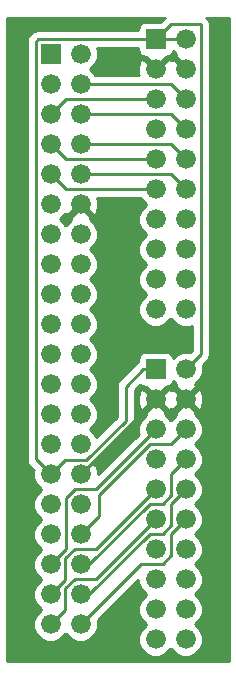
<source format=gbl>
G04 #@! TF.FileFunction,Copper,L2,Bot,Signal*
%FSLAX46Y46*%
G04 Gerber Fmt 4.6, Leading zero omitted, Abs format (unit mm)*
G04 Created by KiCad (PCBNEW (2014-11-30 BZR 5308)-product) date Do 11 Dez 2014 23:36:51 CET*
%MOMM*%
G01*
G04 APERTURE LIST*
%ADD10C,0.100000*%
%ADD11C,1.676400*%
%ADD12R,1.676400X1.676400*%
%ADD13C,0.254000*%
G04 APERTURE END LIST*
D10*
D11*
X107950000Y-128270000D03*
X110490000Y-128270000D03*
X110490000Y-125730000D03*
X107950000Y-125730000D03*
X107950000Y-123190000D03*
X110490000Y-123190000D03*
X110490000Y-120650000D03*
X107950000Y-120650000D03*
X107950000Y-118110000D03*
X110490000Y-118110000D03*
X110490000Y-115570000D03*
X107950000Y-115570000D03*
X107950000Y-113030000D03*
X110490000Y-113030000D03*
X110490000Y-110490000D03*
X107950000Y-110490000D03*
X107950000Y-107950000D03*
X110490000Y-107950000D03*
X110490000Y-105410000D03*
X107950000Y-105410000D03*
X107950000Y-102870000D03*
X110490000Y-102870000D03*
X110490000Y-100330000D03*
X107950000Y-100330000D03*
X107950000Y-97790000D03*
X110490000Y-97790000D03*
X110490000Y-95250000D03*
X107950000Y-95250000D03*
X107950000Y-92710000D03*
X110490000Y-92710000D03*
X110490000Y-90170000D03*
X107950000Y-90170000D03*
X107950000Y-87630000D03*
X110490000Y-87630000D03*
X110490000Y-85090000D03*
X107950000Y-85090000D03*
X107950000Y-82550000D03*
X110490000Y-82550000D03*
X110490000Y-80010000D03*
D12*
X107950000Y-80010000D03*
D11*
X116840000Y-101600000D03*
X119380000Y-101600000D03*
X119380000Y-99060000D03*
X116840000Y-99060000D03*
X116840000Y-96520000D03*
X119380000Y-96520000D03*
X119380000Y-93980000D03*
X116840000Y-93980000D03*
X116840000Y-91440000D03*
X119380000Y-91440000D03*
X119380000Y-88900000D03*
X116840000Y-88900000D03*
X116840000Y-86360000D03*
X119380000Y-86360000D03*
X119380000Y-83820000D03*
X116840000Y-83820000D03*
X116840000Y-81280000D03*
X119380000Y-81280000D03*
X119380000Y-78740000D03*
D12*
X116840000Y-78740000D03*
D11*
X116840000Y-129540000D03*
X119380000Y-129540000D03*
X119380000Y-127000000D03*
X116840000Y-127000000D03*
X116840000Y-124460000D03*
X119380000Y-124460000D03*
X119380000Y-121920000D03*
X116840000Y-121920000D03*
X116840000Y-119380000D03*
X119380000Y-119380000D03*
X119380000Y-116840000D03*
X116840000Y-116840000D03*
X116840000Y-114300000D03*
X119380000Y-114300000D03*
X119380000Y-111760000D03*
X116840000Y-111760000D03*
X116840000Y-109220000D03*
X119380000Y-109220000D03*
X119380000Y-106680000D03*
D12*
X116840000Y-106680000D03*
D13*
X110490000Y-115570000D02*
X116840000Y-109220000D01*
X110973619Y-114350799D02*
X114300000Y-111024418D01*
X109169201Y-114350799D02*
X110973619Y-114350799D01*
X107950000Y-115570000D02*
X109169201Y-114350799D01*
X115747800Y-106680000D02*
X116840000Y-106680000D01*
X114300000Y-108127800D02*
X115747800Y-106680000D01*
X114300000Y-111024418D02*
X114300000Y-108127800D01*
X107950000Y-115570000D02*
X106680000Y-114300000D01*
X115747800Y-78740000D02*
X116840000Y-78740000D01*
X106857798Y-78740000D02*
X115747800Y-78740000D01*
X106680000Y-78917798D02*
X106857798Y-78740000D01*
X106680000Y-114300000D02*
X106680000Y-78917798D01*
X116840000Y-78740000D02*
X118110000Y-77470000D01*
X118110000Y-77470000D02*
X120650000Y-77470000D01*
X120650000Y-105410000D02*
X119380000Y-106680000D01*
X120650000Y-77470000D02*
X120650000Y-105410000D01*
X116840000Y-78740000D02*
X119380000Y-78740000D01*
X109220000Y-91440000D02*
X116840000Y-91440000D01*
X107950000Y-90170000D02*
X109220000Y-91440000D01*
X118110000Y-90170000D02*
X119380000Y-91440000D01*
X110490000Y-90170000D02*
X118110000Y-90170000D01*
X118110000Y-87630000D02*
X119380000Y-88900000D01*
X110490000Y-87630000D02*
X118110000Y-87630000D01*
X109220000Y-88900000D02*
X116840000Y-88900000D01*
X107950000Y-87630000D02*
X109220000Y-88900000D01*
X118110000Y-85090000D02*
X119380000Y-86360000D01*
X110490000Y-85090000D02*
X118110000Y-85090000D01*
X118110000Y-82550000D02*
X119380000Y-83820000D01*
X110490000Y-82550000D02*
X118110000Y-82550000D01*
X109220000Y-83820000D02*
X116840000Y-83820000D01*
X107950000Y-85090000D02*
X109220000Y-83820000D01*
X116001801Y-120218199D02*
X116840000Y-119380000D01*
X111810799Y-124409201D02*
X116001801Y-120218199D01*
X109989233Y-124409201D02*
X111810799Y-124409201D01*
X109169201Y-125229233D02*
X109989233Y-124409201D01*
X109169201Y-127050799D02*
X109169201Y-125229233D01*
X107950000Y-128270000D02*
X109169201Y-127050799D01*
X118160799Y-120599201D02*
X118541801Y-120218199D01*
X115620799Y-123139201D02*
X117425217Y-123139201D01*
X118541801Y-120218199D02*
X119380000Y-119380000D01*
X118160799Y-122403619D02*
X118160799Y-120599201D01*
X117425217Y-123139201D02*
X118160799Y-122403619D01*
X110490000Y-128270000D02*
X115620799Y-123139201D01*
X118541801Y-117678199D02*
X119380000Y-116840000D01*
X118160799Y-118059201D02*
X118541801Y-117678199D01*
X118160799Y-119863619D02*
X118160799Y-118059201D01*
X117425217Y-120599201D02*
X118160799Y-119863619D01*
X111225582Y-125730000D02*
X116356381Y-120599201D01*
X116356381Y-120599201D02*
X117425217Y-120599201D01*
X110490000Y-125730000D02*
X111225582Y-125730000D01*
X116001801Y-117678199D02*
X116840000Y-116840000D01*
X111810799Y-121869201D02*
X116001801Y-117678199D01*
X109989233Y-121869201D02*
X111810799Y-121869201D01*
X109169201Y-122689233D02*
X109989233Y-121869201D01*
X109169201Y-124510799D02*
X109169201Y-122689233D01*
X107950000Y-125730000D02*
X109169201Y-124510799D01*
X118541801Y-115138199D02*
X119380000Y-114300000D01*
X118160799Y-115519201D02*
X118541801Y-115138199D01*
X118160799Y-117323619D02*
X118160799Y-115519201D01*
X117425217Y-118059201D02*
X118160799Y-117323619D01*
X116339233Y-118059201D02*
X117425217Y-118059201D01*
X111208434Y-123190000D02*
X116339233Y-118059201D01*
X110490000Y-123190000D02*
X111208434Y-123190000D01*
X118541801Y-112598199D02*
X119380000Y-111760000D01*
X118160799Y-112979201D02*
X118541801Y-112598199D01*
X116339233Y-112979201D02*
X118160799Y-112979201D01*
X112021224Y-117297210D02*
X116339233Y-112979201D01*
X112021224Y-119118776D02*
X112021224Y-117297210D01*
X110490000Y-120650000D02*
X112021224Y-119118776D01*
X107950000Y-123190000D02*
X109220000Y-121920000D01*
X116001801Y-112598199D02*
X116840000Y-111760000D01*
X111810799Y-116789201D02*
X116001801Y-112598199D01*
X110006381Y-116789201D02*
X111810799Y-116789201D01*
X109220000Y-117575582D02*
X110006381Y-116789201D01*
X109220000Y-121920000D02*
X109220000Y-117575582D01*
G36*
X110683747Y-115584142D02*
X110504142Y-115763747D01*
X110490000Y-115749605D01*
X110475857Y-115763747D01*
X110296252Y-115584142D01*
X110310395Y-115570000D01*
X110296252Y-115555857D01*
X110475857Y-115376252D01*
X110490000Y-115390395D01*
X110504142Y-115376252D01*
X110683747Y-115555857D01*
X110669605Y-115570000D01*
X110683747Y-115584142D01*
X110683747Y-115584142D01*
G37*
X110683747Y-115584142D02*
X110504142Y-115763747D01*
X110490000Y-115749605D01*
X110475857Y-115763747D01*
X110296252Y-115584142D01*
X110310395Y-115570000D01*
X110296252Y-115555857D01*
X110475857Y-115376252D01*
X110490000Y-115390395D01*
X110504142Y-115376252D01*
X110683747Y-115555857D01*
X110669605Y-115570000D01*
X110683747Y-115584142D01*
G36*
X119573747Y-81294142D02*
X119394142Y-81473747D01*
X119380000Y-81459605D01*
X119365857Y-81473747D01*
X119186252Y-81294142D01*
X119200395Y-81280000D01*
X118344587Y-80424192D01*
X118110000Y-80498134D01*
X117875413Y-80424192D01*
X117019605Y-81280000D01*
X117033747Y-81294142D01*
X116854142Y-81473747D01*
X116840000Y-81459605D01*
X116825857Y-81473747D01*
X116646252Y-81294142D01*
X116660395Y-81280000D01*
X115804587Y-80424192D01*
X115554510Y-80503017D01*
X115355023Y-81054097D01*
X115381611Y-81639569D01*
X115443093Y-81788000D01*
X111769153Y-81788000D01*
X111739647Y-81716589D01*
X111325591Y-81301810D01*
X111273608Y-81280224D01*
X111323411Y-81259647D01*
X111738190Y-80845591D01*
X111962944Y-80304323D01*
X111963455Y-79718248D01*
X111874103Y-79502000D01*
X115354360Y-79502000D01*
X115354360Y-79578200D01*
X115401337Y-79820323D01*
X115541127Y-80033127D01*
X115752160Y-80175577D01*
X115990855Y-80223445D01*
X115984192Y-80244587D01*
X116840000Y-81100395D01*
X117695808Y-80244587D01*
X117689165Y-80223512D01*
X117920323Y-80178663D01*
X118133127Y-80038873D01*
X118275577Y-79827840D01*
X118293771Y-79737114D01*
X118544409Y-79988190D01*
X118597995Y-80010441D01*
X118524192Y-80244587D01*
X119380000Y-81100395D01*
X119394142Y-81086252D01*
X119573747Y-81265857D01*
X119559605Y-81280000D01*
X119573747Y-81294142D01*
X119573747Y-81294142D01*
G37*
X119573747Y-81294142D02*
X119394142Y-81473747D01*
X119380000Y-81459605D01*
X119365857Y-81473747D01*
X119186252Y-81294142D01*
X119200395Y-81280000D01*
X118344587Y-80424192D01*
X118110000Y-80498134D01*
X117875413Y-80424192D01*
X117019605Y-81280000D01*
X117033747Y-81294142D01*
X116854142Y-81473747D01*
X116840000Y-81459605D01*
X116825857Y-81473747D01*
X116646252Y-81294142D01*
X116660395Y-81280000D01*
X115804587Y-80424192D01*
X115554510Y-80503017D01*
X115355023Y-81054097D01*
X115381611Y-81639569D01*
X115443093Y-81788000D01*
X111769153Y-81788000D01*
X111739647Y-81716589D01*
X111325591Y-81301810D01*
X111273608Y-81280224D01*
X111323411Y-81259647D01*
X111738190Y-80845591D01*
X111962944Y-80304323D01*
X111963455Y-79718248D01*
X111874103Y-79502000D01*
X115354360Y-79502000D01*
X115354360Y-79578200D01*
X115401337Y-79820323D01*
X115541127Y-80033127D01*
X115752160Y-80175577D01*
X115990855Y-80223445D01*
X115984192Y-80244587D01*
X116840000Y-81100395D01*
X117695808Y-80244587D01*
X117689165Y-80223512D01*
X117920323Y-80178663D01*
X118133127Y-80038873D01*
X118275577Y-79827840D01*
X118293771Y-79737114D01*
X118544409Y-79988190D01*
X118597995Y-80010441D01*
X118524192Y-80244587D01*
X119380000Y-81100395D01*
X119394142Y-81086252D01*
X119573747Y-81265857D01*
X119559605Y-81280000D01*
X119573747Y-81294142D01*
G36*
X119888000Y-105094369D02*
X119745682Y-105236686D01*
X119674323Y-105207056D01*
X119088248Y-105206545D01*
X118546589Y-105430353D01*
X118294613Y-105681888D01*
X118278663Y-105599677D01*
X118138873Y-105386873D01*
X117927840Y-105244423D01*
X117678200Y-105194360D01*
X116001800Y-105194360D01*
X115759677Y-105241337D01*
X115546873Y-105381127D01*
X115404423Y-105592160D01*
X115354360Y-105841800D01*
X115354360Y-106044047D01*
X115208984Y-106141185D01*
X113761185Y-107588985D01*
X113596004Y-107836195D01*
X113538000Y-108127800D01*
X113538000Y-110708788D01*
X111830446Y-112416341D01*
X111739647Y-112196589D01*
X111325591Y-111781810D01*
X111273608Y-111760224D01*
X111323411Y-111739647D01*
X111738190Y-111325591D01*
X111962944Y-110784323D01*
X111963455Y-110198248D01*
X111739647Y-109656589D01*
X111325591Y-109241810D01*
X111273608Y-109220224D01*
X111323411Y-109199647D01*
X111738190Y-108785591D01*
X111962944Y-108244323D01*
X111963455Y-107658248D01*
X111739647Y-107116589D01*
X111325591Y-106701810D01*
X111273608Y-106680224D01*
X111323411Y-106659647D01*
X111738190Y-106245591D01*
X111962944Y-105704323D01*
X111963455Y-105118248D01*
X111739647Y-104576589D01*
X111325591Y-104161810D01*
X111273608Y-104140224D01*
X111323411Y-104119647D01*
X111738190Y-103705591D01*
X111962944Y-103164323D01*
X111963455Y-102578248D01*
X111739647Y-102036589D01*
X111325591Y-101621810D01*
X111273608Y-101600224D01*
X111323411Y-101579647D01*
X111738190Y-101165591D01*
X111962944Y-100624323D01*
X111963455Y-100038248D01*
X111739647Y-99496589D01*
X111325591Y-99081810D01*
X111273608Y-99060224D01*
X111323411Y-99039647D01*
X111738190Y-98625591D01*
X111962944Y-98084323D01*
X111963455Y-97498248D01*
X111739647Y-96956589D01*
X111325591Y-96541810D01*
X111273608Y-96520224D01*
X111323411Y-96499647D01*
X111738190Y-96085591D01*
X111962944Y-95544323D01*
X111963455Y-94958248D01*
X111739647Y-94416589D01*
X111325591Y-94001810D01*
X111272004Y-93979558D01*
X111345808Y-93745413D01*
X110490000Y-92889605D01*
X109634192Y-93745413D01*
X109707870Y-93979163D01*
X109656589Y-94000353D01*
X109241810Y-94414409D01*
X109220224Y-94466391D01*
X109199647Y-94416589D01*
X108785591Y-94001810D01*
X108733608Y-93980224D01*
X108783411Y-93959647D01*
X109198190Y-93545591D01*
X109220441Y-93492004D01*
X109454587Y-93565808D01*
X110310395Y-92710000D01*
X110296252Y-92695857D01*
X110475857Y-92516252D01*
X110490000Y-92530395D01*
X110504142Y-92516252D01*
X110683747Y-92695857D01*
X110669605Y-92710000D01*
X111525413Y-93565808D01*
X111775490Y-93486983D01*
X111974977Y-92935903D01*
X111948389Y-92350431D01*
X111886906Y-92202000D01*
X115560846Y-92202000D01*
X115590353Y-92273411D01*
X116004409Y-92688190D01*
X116056391Y-92709775D01*
X116006589Y-92730353D01*
X115591810Y-93144409D01*
X115367056Y-93685677D01*
X115366545Y-94271752D01*
X115590353Y-94813411D01*
X116004409Y-95228190D01*
X116056391Y-95249775D01*
X116006589Y-95270353D01*
X115591810Y-95684409D01*
X115367056Y-96225677D01*
X115366545Y-96811752D01*
X115590353Y-97353411D01*
X116004409Y-97768190D01*
X116056391Y-97789775D01*
X116006589Y-97810353D01*
X115591810Y-98224409D01*
X115367056Y-98765677D01*
X115366545Y-99351752D01*
X115590353Y-99893411D01*
X116004409Y-100308190D01*
X116056391Y-100329775D01*
X116006589Y-100350353D01*
X115591810Y-100764409D01*
X115367056Y-101305677D01*
X115366545Y-101891752D01*
X115590353Y-102433411D01*
X116004409Y-102848190D01*
X116545677Y-103072944D01*
X117131752Y-103073455D01*
X117673411Y-102849647D01*
X118088190Y-102435591D01*
X118109775Y-102383608D01*
X118130353Y-102433411D01*
X118544409Y-102848190D01*
X119085677Y-103072944D01*
X119671752Y-103073455D01*
X119888000Y-102984103D01*
X119888000Y-105094369D01*
X119888000Y-105094369D01*
G37*
X119888000Y-105094369D02*
X119745682Y-105236686D01*
X119674323Y-105207056D01*
X119088248Y-105206545D01*
X118546589Y-105430353D01*
X118294613Y-105681888D01*
X118278663Y-105599677D01*
X118138873Y-105386873D01*
X117927840Y-105244423D01*
X117678200Y-105194360D01*
X116001800Y-105194360D01*
X115759677Y-105241337D01*
X115546873Y-105381127D01*
X115404423Y-105592160D01*
X115354360Y-105841800D01*
X115354360Y-106044047D01*
X115208984Y-106141185D01*
X113761185Y-107588985D01*
X113596004Y-107836195D01*
X113538000Y-108127800D01*
X113538000Y-110708788D01*
X111830446Y-112416341D01*
X111739647Y-112196589D01*
X111325591Y-111781810D01*
X111273608Y-111760224D01*
X111323411Y-111739647D01*
X111738190Y-111325591D01*
X111962944Y-110784323D01*
X111963455Y-110198248D01*
X111739647Y-109656589D01*
X111325591Y-109241810D01*
X111273608Y-109220224D01*
X111323411Y-109199647D01*
X111738190Y-108785591D01*
X111962944Y-108244323D01*
X111963455Y-107658248D01*
X111739647Y-107116589D01*
X111325591Y-106701810D01*
X111273608Y-106680224D01*
X111323411Y-106659647D01*
X111738190Y-106245591D01*
X111962944Y-105704323D01*
X111963455Y-105118248D01*
X111739647Y-104576589D01*
X111325591Y-104161810D01*
X111273608Y-104140224D01*
X111323411Y-104119647D01*
X111738190Y-103705591D01*
X111962944Y-103164323D01*
X111963455Y-102578248D01*
X111739647Y-102036589D01*
X111325591Y-101621810D01*
X111273608Y-101600224D01*
X111323411Y-101579647D01*
X111738190Y-101165591D01*
X111962944Y-100624323D01*
X111963455Y-100038248D01*
X111739647Y-99496589D01*
X111325591Y-99081810D01*
X111273608Y-99060224D01*
X111323411Y-99039647D01*
X111738190Y-98625591D01*
X111962944Y-98084323D01*
X111963455Y-97498248D01*
X111739647Y-96956589D01*
X111325591Y-96541810D01*
X111273608Y-96520224D01*
X111323411Y-96499647D01*
X111738190Y-96085591D01*
X111962944Y-95544323D01*
X111963455Y-94958248D01*
X111739647Y-94416589D01*
X111325591Y-94001810D01*
X111272004Y-93979558D01*
X111345808Y-93745413D01*
X110490000Y-92889605D01*
X109634192Y-93745413D01*
X109707870Y-93979163D01*
X109656589Y-94000353D01*
X109241810Y-94414409D01*
X109220224Y-94466391D01*
X109199647Y-94416589D01*
X108785591Y-94001810D01*
X108733608Y-93980224D01*
X108783411Y-93959647D01*
X109198190Y-93545591D01*
X109220441Y-93492004D01*
X109454587Y-93565808D01*
X110310395Y-92710000D01*
X110296252Y-92695857D01*
X110475857Y-92516252D01*
X110490000Y-92530395D01*
X110504142Y-92516252D01*
X110683747Y-92695857D01*
X110669605Y-92710000D01*
X111525413Y-93565808D01*
X111775490Y-93486983D01*
X111974977Y-92935903D01*
X111948389Y-92350431D01*
X111886906Y-92202000D01*
X115560846Y-92202000D01*
X115590353Y-92273411D01*
X116004409Y-92688190D01*
X116056391Y-92709775D01*
X116006589Y-92730353D01*
X115591810Y-93144409D01*
X115367056Y-93685677D01*
X115366545Y-94271752D01*
X115590353Y-94813411D01*
X116004409Y-95228190D01*
X116056391Y-95249775D01*
X116006589Y-95270353D01*
X115591810Y-95684409D01*
X115367056Y-96225677D01*
X115366545Y-96811752D01*
X115590353Y-97353411D01*
X116004409Y-97768190D01*
X116056391Y-97789775D01*
X116006589Y-97810353D01*
X115591810Y-98224409D01*
X115367056Y-98765677D01*
X115366545Y-99351752D01*
X115590353Y-99893411D01*
X116004409Y-100308190D01*
X116056391Y-100329775D01*
X116006589Y-100350353D01*
X115591810Y-100764409D01*
X115367056Y-101305677D01*
X115366545Y-101891752D01*
X115590353Y-102433411D01*
X116004409Y-102848190D01*
X116545677Y-103072944D01*
X117131752Y-103073455D01*
X117673411Y-102849647D01*
X118088190Y-102435591D01*
X118109775Y-102383608D01*
X118130353Y-102433411D01*
X118544409Y-102848190D01*
X119085677Y-103072944D01*
X119671752Y-103073455D01*
X119888000Y-102984103D01*
X119888000Y-105094369D01*
G36*
X123063000Y-131395000D02*
X120864977Y-131395000D01*
X120864977Y-109445903D01*
X120838389Y-108860431D01*
X120665490Y-108443017D01*
X120415413Y-108364192D01*
X119559605Y-109220000D01*
X120415413Y-110075808D01*
X120665490Y-109996983D01*
X120864977Y-109445903D01*
X120864977Y-131395000D01*
X104267000Y-131395000D01*
X104267000Y-76885000D01*
X117640304Y-76885000D01*
X117571184Y-76931185D01*
X117248009Y-77254360D01*
X116001800Y-77254360D01*
X115759677Y-77301337D01*
X115546873Y-77441127D01*
X115404423Y-77652160D01*
X115354360Y-77901800D01*
X115354360Y-77978000D01*
X106857798Y-77978000D01*
X106566193Y-78036004D01*
X106318982Y-78201185D01*
X106141185Y-78378983D01*
X105976004Y-78626193D01*
X105918000Y-78917798D01*
X105918000Y-114300000D01*
X105976004Y-114591605D01*
X106141185Y-114838815D01*
X106506687Y-115204317D01*
X106477056Y-115275677D01*
X106476545Y-115861752D01*
X106700353Y-116403411D01*
X107114409Y-116818190D01*
X107166391Y-116839775D01*
X107116589Y-116860353D01*
X106701810Y-117274409D01*
X106477056Y-117815677D01*
X106476545Y-118401752D01*
X106700353Y-118943411D01*
X107114409Y-119358190D01*
X107166391Y-119379775D01*
X107116589Y-119400353D01*
X106701810Y-119814409D01*
X106477056Y-120355677D01*
X106476545Y-120941752D01*
X106700353Y-121483411D01*
X107114409Y-121898190D01*
X107166391Y-121919775D01*
X107116589Y-121940353D01*
X106701810Y-122354409D01*
X106477056Y-122895677D01*
X106476545Y-123481752D01*
X106700353Y-124023411D01*
X107114409Y-124438190D01*
X107166391Y-124459775D01*
X107116589Y-124480353D01*
X106701810Y-124894409D01*
X106477056Y-125435677D01*
X106476545Y-126021752D01*
X106700353Y-126563411D01*
X107114409Y-126978190D01*
X107166391Y-126999775D01*
X107116589Y-127020353D01*
X106701810Y-127434409D01*
X106477056Y-127975677D01*
X106476545Y-128561752D01*
X106700353Y-129103411D01*
X107114409Y-129518190D01*
X107655677Y-129742944D01*
X108241752Y-129743455D01*
X108783411Y-129519647D01*
X109198190Y-129105591D01*
X109219775Y-129053608D01*
X109240353Y-129103411D01*
X109654409Y-129518190D01*
X110195677Y-129742944D01*
X110781752Y-129743455D01*
X111323411Y-129519647D01*
X111738190Y-129105591D01*
X111962944Y-128564323D01*
X111963455Y-127978248D01*
X111933026Y-127904604D01*
X115366789Y-124470840D01*
X115366545Y-124751752D01*
X115590353Y-125293411D01*
X116004409Y-125708190D01*
X116056391Y-125729775D01*
X116006589Y-125750353D01*
X115591810Y-126164409D01*
X115367056Y-126705677D01*
X115366545Y-127291752D01*
X115590353Y-127833411D01*
X116004409Y-128248190D01*
X116056391Y-128269775D01*
X116006589Y-128290353D01*
X115591810Y-128704409D01*
X115367056Y-129245677D01*
X115366545Y-129831752D01*
X115590353Y-130373411D01*
X116004409Y-130788190D01*
X116545677Y-131012944D01*
X117131752Y-131013455D01*
X117673411Y-130789647D01*
X118088190Y-130375591D01*
X118109775Y-130323608D01*
X118130353Y-130373411D01*
X118544409Y-130788190D01*
X119085677Y-131012944D01*
X119671752Y-131013455D01*
X120213411Y-130789647D01*
X120628190Y-130375591D01*
X120852944Y-129834323D01*
X120853455Y-129248248D01*
X120629647Y-128706589D01*
X120215591Y-128291810D01*
X120163608Y-128270224D01*
X120213411Y-128249647D01*
X120628190Y-127835591D01*
X120852944Y-127294323D01*
X120853455Y-126708248D01*
X120629647Y-126166589D01*
X120215591Y-125751810D01*
X120163608Y-125730224D01*
X120213411Y-125709647D01*
X120628190Y-125295591D01*
X120852944Y-124754323D01*
X120853455Y-124168248D01*
X120629647Y-123626589D01*
X120215591Y-123211810D01*
X120163608Y-123190224D01*
X120213411Y-123169647D01*
X120628190Y-122755591D01*
X120852944Y-122214323D01*
X120853455Y-121628248D01*
X120629647Y-121086589D01*
X120215591Y-120671810D01*
X120163608Y-120650224D01*
X120213411Y-120629647D01*
X120628190Y-120215591D01*
X120852944Y-119674323D01*
X120853455Y-119088248D01*
X120629647Y-118546589D01*
X120215591Y-118131810D01*
X120163608Y-118110224D01*
X120213411Y-118089647D01*
X120628190Y-117675591D01*
X120852944Y-117134323D01*
X120853455Y-116548248D01*
X120629647Y-116006589D01*
X120215591Y-115591810D01*
X120163608Y-115570224D01*
X120213411Y-115549647D01*
X120628190Y-115135591D01*
X120852944Y-114594323D01*
X120853455Y-114008248D01*
X120629647Y-113466589D01*
X120215591Y-113051810D01*
X120163608Y-113030224D01*
X120213411Y-113009647D01*
X120628190Y-112595591D01*
X120852944Y-112054323D01*
X120853455Y-111468248D01*
X120629647Y-110926589D01*
X120215591Y-110511810D01*
X120162004Y-110489558D01*
X120235808Y-110255413D01*
X119380000Y-109399605D01*
X119200395Y-109579210D01*
X119200395Y-109220000D01*
X118344587Y-108364192D01*
X118110000Y-108438134D01*
X117875413Y-108364192D01*
X117019605Y-109220000D01*
X117875413Y-110075808D01*
X118110000Y-110001865D01*
X118344587Y-110075808D01*
X119200395Y-109220000D01*
X119200395Y-109579210D01*
X118524192Y-110255413D01*
X118597870Y-110489163D01*
X118546589Y-110510353D01*
X118131810Y-110924409D01*
X118110224Y-110976391D01*
X118089647Y-110926589D01*
X117675591Y-110511810D01*
X117622004Y-110489558D01*
X117695808Y-110255413D01*
X116840000Y-109399605D01*
X116660395Y-109579210D01*
X116660395Y-109220000D01*
X115804587Y-108364192D01*
X115554510Y-108443017D01*
X115355023Y-108994097D01*
X115381611Y-109579569D01*
X115554510Y-109996983D01*
X115804587Y-110075808D01*
X116660395Y-109220000D01*
X116660395Y-109579210D01*
X115984192Y-110255413D01*
X116057870Y-110489163D01*
X116006589Y-110510353D01*
X115591810Y-110924409D01*
X115367056Y-111465677D01*
X115366545Y-112051752D01*
X115396973Y-112125396D01*
X111964181Y-115558188D01*
X111948389Y-115210431D01*
X111775490Y-114793017D01*
X111648924Y-114753123D01*
X114838815Y-111563233D01*
X115003996Y-111316023D01*
X115061999Y-111024418D01*
X115062000Y-111024418D01*
X115062000Y-108443430D01*
X115537628Y-107967801D01*
X115541127Y-107973127D01*
X115752160Y-108115577D01*
X115990855Y-108163445D01*
X115984192Y-108184587D01*
X116840000Y-109040395D01*
X117695808Y-108184587D01*
X117689165Y-108163512D01*
X117920323Y-108118663D01*
X118133127Y-107978873D01*
X118275577Y-107767840D01*
X118293771Y-107677114D01*
X118544409Y-107928190D01*
X118597995Y-107950441D01*
X118524192Y-108184587D01*
X119380000Y-109040395D01*
X120235808Y-108184587D01*
X120162129Y-107950836D01*
X120213411Y-107929647D01*
X120628190Y-107515591D01*
X120852944Y-106974323D01*
X120853455Y-106388248D01*
X120823026Y-106314604D01*
X121188815Y-105948816D01*
X121188815Y-105948815D01*
X121353996Y-105701605D01*
X121411999Y-105410000D01*
X121412000Y-105410000D01*
X121412000Y-77470000D01*
X121353996Y-77178395D01*
X121188815Y-76931185D01*
X121119694Y-76885000D01*
X123063000Y-76885000D01*
X123063000Y-131395000D01*
X123063000Y-131395000D01*
G37*
X123063000Y-131395000D02*
X120864977Y-131395000D01*
X120864977Y-109445903D01*
X120838389Y-108860431D01*
X120665490Y-108443017D01*
X120415413Y-108364192D01*
X119559605Y-109220000D01*
X120415413Y-110075808D01*
X120665490Y-109996983D01*
X120864977Y-109445903D01*
X120864977Y-131395000D01*
X104267000Y-131395000D01*
X104267000Y-76885000D01*
X117640304Y-76885000D01*
X117571184Y-76931185D01*
X117248009Y-77254360D01*
X116001800Y-77254360D01*
X115759677Y-77301337D01*
X115546873Y-77441127D01*
X115404423Y-77652160D01*
X115354360Y-77901800D01*
X115354360Y-77978000D01*
X106857798Y-77978000D01*
X106566193Y-78036004D01*
X106318982Y-78201185D01*
X106141185Y-78378983D01*
X105976004Y-78626193D01*
X105918000Y-78917798D01*
X105918000Y-114300000D01*
X105976004Y-114591605D01*
X106141185Y-114838815D01*
X106506687Y-115204317D01*
X106477056Y-115275677D01*
X106476545Y-115861752D01*
X106700353Y-116403411D01*
X107114409Y-116818190D01*
X107166391Y-116839775D01*
X107116589Y-116860353D01*
X106701810Y-117274409D01*
X106477056Y-117815677D01*
X106476545Y-118401752D01*
X106700353Y-118943411D01*
X107114409Y-119358190D01*
X107166391Y-119379775D01*
X107116589Y-119400353D01*
X106701810Y-119814409D01*
X106477056Y-120355677D01*
X106476545Y-120941752D01*
X106700353Y-121483411D01*
X107114409Y-121898190D01*
X107166391Y-121919775D01*
X107116589Y-121940353D01*
X106701810Y-122354409D01*
X106477056Y-122895677D01*
X106476545Y-123481752D01*
X106700353Y-124023411D01*
X107114409Y-124438190D01*
X107166391Y-124459775D01*
X107116589Y-124480353D01*
X106701810Y-124894409D01*
X106477056Y-125435677D01*
X106476545Y-126021752D01*
X106700353Y-126563411D01*
X107114409Y-126978190D01*
X107166391Y-126999775D01*
X107116589Y-127020353D01*
X106701810Y-127434409D01*
X106477056Y-127975677D01*
X106476545Y-128561752D01*
X106700353Y-129103411D01*
X107114409Y-129518190D01*
X107655677Y-129742944D01*
X108241752Y-129743455D01*
X108783411Y-129519647D01*
X109198190Y-129105591D01*
X109219775Y-129053608D01*
X109240353Y-129103411D01*
X109654409Y-129518190D01*
X110195677Y-129742944D01*
X110781752Y-129743455D01*
X111323411Y-129519647D01*
X111738190Y-129105591D01*
X111962944Y-128564323D01*
X111963455Y-127978248D01*
X111933026Y-127904604D01*
X115366789Y-124470840D01*
X115366545Y-124751752D01*
X115590353Y-125293411D01*
X116004409Y-125708190D01*
X116056391Y-125729775D01*
X116006589Y-125750353D01*
X115591810Y-126164409D01*
X115367056Y-126705677D01*
X115366545Y-127291752D01*
X115590353Y-127833411D01*
X116004409Y-128248190D01*
X116056391Y-128269775D01*
X116006589Y-128290353D01*
X115591810Y-128704409D01*
X115367056Y-129245677D01*
X115366545Y-129831752D01*
X115590353Y-130373411D01*
X116004409Y-130788190D01*
X116545677Y-131012944D01*
X117131752Y-131013455D01*
X117673411Y-130789647D01*
X118088190Y-130375591D01*
X118109775Y-130323608D01*
X118130353Y-130373411D01*
X118544409Y-130788190D01*
X119085677Y-131012944D01*
X119671752Y-131013455D01*
X120213411Y-130789647D01*
X120628190Y-130375591D01*
X120852944Y-129834323D01*
X120853455Y-129248248D01*
X120629647Y-128706589D01*
X120215591Y-128291810D01*
X120163608Y-128270224D01*
X120213411Y-128249647D01*
X120628190Y-127835591D01*
X120852944Y-127294323D01*
X120853455Y-126708248D01*
X120629647Y-126166589D01*
X120215591Y-125751810D01*
X120163608Y-125730224D01*
X120213411Y-125709647D01*
X120628190Y-125295591D01*
X120852944Y-124754323D01*
X120853455Y-124168248D01*
X120629647Y-123626589D01*
X120215591Y-123211810D01*
X120163608Y-123190224D01*
X120213411Y-123169647D01*
X120628190Y-122755591D01*
X120852944Y-122214323D01*
X120853455Y-121628248D01*
X120629647Y-121086589D01*
X120215591Y-120671810D01*
X120163608Y-120650224D01*
X120213411Y-120629647D01*
X120628190Y-120215591D01*
X120852944Y-119674323D01*
X120853455Y-119088248D01*
X120629647Y-118546589D01*
X120215591Y-118131810D01*
X120163608Y-118110224D01*
X120213411Y-118089647D01*
X120628190Y-117675591D01*
X120852944Y-117134323D01*
X120853455Y-116548248D01*
X120629647Y-116006589D01*
X120215591Y-115591810D01*
X120163608Y-115570224D01*
X120213411Y-115549647D01*
X120628190Y-115135591D01*
X120852944Y-114594323D01*
X120853455Y-114008248D01*
X120629647Y-113466589D01*
X120215591Y-113051810D01*
X120163608Y-113030224D01*
X120213411Y-113009647D01*
X120628190Y-112595591D01*
X120852944Y-112054323D01*
X120853455Y-111468248D01*
X120629647Y-110926589D01*
X120215591Y-110511810D01*
X120162004Y-110489558D01*
X120235808Y-110255413D01*
X119380000Y-109399605D01*
X119200395Y-109579210D01*
X119200395Y-109220000D01*
X118344587Y-108364192D01*
X118110000Y-108438134D01*
X117875413Y-108364192D01*
X117019605Y-109220000D01*
X117875413Y-110075808D01*
X118110000Y-110001865D01*
X118344587Y-110075808D01*
X119200395Y-109220000D01*
X119200395Y-109579210D01*
X118524192Y-110255413D01*
X118597870Y-110489163D01*
X118546589Y-110510353D01*
X118131810Y-110924409D01*
X118110224Y-110976391D01*
X118089647Y-110926589D01*
X117675591Y-110511810D01*
X117622004Y-110489558D01*
X117695808Y-110255413D01*
X116840000Y-109399605D01*
X116660395Y-109579210D01*
X116660395Y-109220000D01*
X115804587Y-108364192D01*
X115554510Y-108443017D01*
X115355023Y-108994097D01*
X115381611Y-109579569D01*
X115554510Y-109996983D01*
X115804587Y-110075808D01*
X116660395Y-109220000D01*
X116660395Y-109579210D01*
X115984192Y-110255413D01*
X116057870Y-110489163D01*
X116006589Y-110510353D01*
X115591810Y-110924409D01*
X115367056Y-111465677D01*
X115366545Y-112051752D01*
X115396973Y-112125396D01*
X111964181Y-115558188D01*
X111948389Y-115210431D01*
X111775490Y-114793017D01*
X111648924Y-114753123D01*
X114838815Y-111563233D01*
X115003996Y-111316023D01*
X115061999Y-111024418D01*
X115062000Y-111024418D01*
X115062000Y-108443430D01*
X115537628Y-107967801D01*
X115541127Y-107973127D01*
X115752160Y-108115577D01*
X115990855Y-108163445D01*
X115984192Y-108184587D01*
X116840000Y-109040395D01*
X117695808Y-108184587D01*
X117689165Y-108163512D01*
X117920323Y-108118663D01*
X118133127Y-107978873D01*
X118275577Y-107767840D01*
X118293771Y-107677114D01*
X118544409Y-107928190D01*
X118597995Y-107950441D01*
X118524192Y-108184587D01*
X119380000Y-109040395D01*
X120235808Y-108184587D01*
X120162129Y-107950836D01*
X120213411Y-107929647D01*
X120628190Y-107515591D01*
X120852944Y-106974323D01*
X120853455Y-106388248D01*
X120823026Y-106314604D01*
X121188815Y-105948816D01*
X121188815Y-105948815D01*
X121353996Y-105701605D01*
X121411999Y-105410000D01*
X121412000Y-105410000D01*
X121412000Y-77470000D01*
X121353996Y-77178395D01*
X121188815Y-76931185D01*
X121119694Y-76885000D01*
X123063000Y-76885000D01*
X123063000Y-131395000D01*
M02*

</source>
